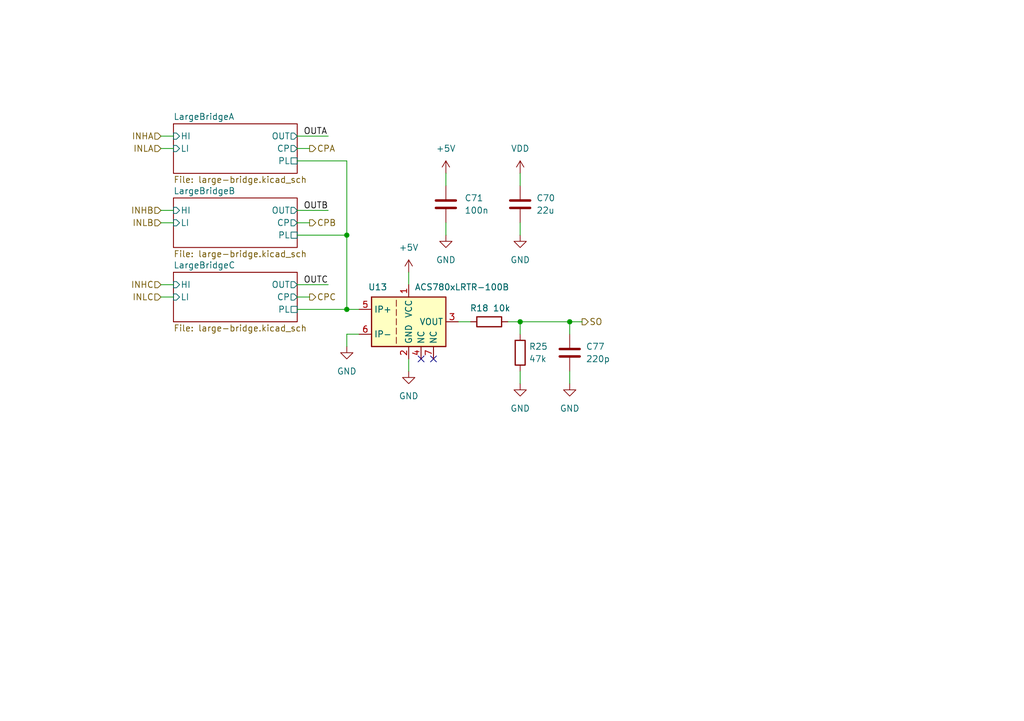
<source format=kicad_sch>
(kicad_sch (version 20231120) (generator "eeschema") (generator_version "8.0")
  (paper "A5")
  (lib_symbols
    (symbol "Device:C" (pin_numbers hide) (pin_names (offset 0.254))
      (property "Reference" "C" (at 0.635 2.54 0))
      (property "Value" "C" (at 0.635 -2.54 0))
      (symbol "C_0_1"
        (polyline (pts (xy -2.032 -0.762) (xy 2.032 -0.762)) (stroke (width 0.508)))
        (polyline (pts (xy -2.032 0.762) (xy 2.032 0.762)) (stroke (width 0.508)))
      )
      (symbol "C_1_1"
        (pin passive line (at 0 3.81 270) (length 2.794) (name "~") (number "1"))
        (pin passive line (at 0 -3.81 90) (length 2.794) (name "~") (number "2"))
      )
    )
    (symbol "Device:R" (pin_numbers hide) (pin_names (offset 0))
      (property "Reference" "R" (at 2.032 0 90))
      (property "Value" "R" (at 0 0 90))
      (symbol "R_0_1"
        (rectangle (start -1.016 -2.54) (end 1.016 2.54) (stroke (width 0.254)))
      )
      (symbol "R_1_1"
        (pin passive line (at 0 3.81 270) (length 1.27) (name "~") (number "1"))
        (pin passive line (at 0 -3.81 90) (length 1.27) (name "~") (number "2"))
      )
    )
    (symbol "Sensor_Current:ACS780xLRTR-100B"
      (property "Reference" "U" (at -7.62 6.35 0))
      (property "Value" "ACS780xLRTR-100B" (at 2.54 6.35 0))
      (symbol "ACS780xLRTR-100B_0_1"
        (rectangle (start -7.62 5.08) (end 7.62 -5.08) (stroke (width 0.254)) (fill (type background)))
        (polyline (pts (xy -2.54 -3.175) (xy -2.54 -4.445)))
        (polyline (pts (xy -2.54 -1.27) (xy -2.54 -2.54)))
        (polyline (pts (xy -2.54 0.635) (xy -2.54 -0.635)))
        (polyline (pts (xy -2.54 1.27) (xy -2.54 2.54)))
        (polyline (pts (xy -2.54 3.175) (xy -2.54 4.445)))
      )
      (symbol "ACS780xLRTR-100B_1_1"
        (pin power_in line (at 0 7.62 270) (length 2.54) (name "VCC") (number "1"))
        (pin power_in line (at 0 -7.62 90) (length 2.54) (name "GND") (number "2"))
        (pin output line (at 10.16 0 180) (length 2.54) (name "VOUT") (number "3"))
        (pin passive line (at 2.54 -7.62 90) (length 2.54) (name "NC") (number "4"))
        (pin passive line (at -10.16 2.54 0) (length 2.54) (name "IP+") (number "5"))
        (pin passive line (at -10.16 -2.54 0) (length 2.54) (name "IP-") (number "6"))
        (pin passive line (at 5.08 -7.62 90) (length 2.54) (name "NC") (number "7"))
      )
    )
    (symbol "power:+5V" (power) (pin_numbers hide) (pin_names (offset 0) hide)
      (property "Value" "+5V" (at 0 3.556 0))
      (symbol "+5V_0_1"
        (polyline (pts (xy -0.762 1.27) (xy 0 2.54)))
        (polyline (pts (xy 0 0) (xy 0 2.54)))
        (polyline (pts (xy 0 2.54) (xy 0.762 1.27)))
      )
      (symbol "+5V_1_1"
        (pin power_in line (at 0 0 90) (length 0) (name "~") (number "1"))
      )
    )
    (symbol "power:GND" (power) (pin_numbers hide) (pin_names (offset 0) hide)
      (property "Value" "GND" (at 0 -3.81 0))
      (symbol "GND_0_1"
        (polyline (pts (xy 0 0) (xy 0 -1.27) (xy 1.27 -1.27) (xy 0 -2.54) (xy -1.27 -1.27) (xy 0 -1.27)))
      )
      (symbol "GND_1_1"
        (pin power_in line (at 0 0 270) (length 0) (name "~") (number "1"))
      )
    )
    (symbol "power:VDD" (power) (pin_numbers hide) (pin_names (offset 0) hide)
      (property "Value" "VDD" (at 0 3.556 0))
      (symbol "VDD_0_1"
        (polyline (pts (xy -0.762 1.27) (xy 0 2.54)))
        (polyline (pts (xy 0 0) (xy 0 2.54)))
        (polyline (pts (xy 0 2.54) (xy 0.762 1.27)))
      )
      (symbol "VDD_1_1"
        (pin power_in line (at 0 0 90) (length 0) (name "~") (number "1"))
      )
    )
  )
  (junction (at 71.12 63.5))
  (junction (at 71.12 48.26))
  (junction (at 106.68 66.04))
  (junction (at 116.84 66.04))
  (no_connect (at 88.9 73.66))
  (no_connect (at 86.36 73.66))
  (wire (pts (xy 33.02 60.96) (xy 35.56 60.96)))
  (wire (pts (xy 93.98 66.04) (xy 96.52 66.04)))
  (wire (pts (xy 33.02 45.72) (xy 35.56 45.72)))
  (wire (pts (xy 60.96 45.72) (xy 63.5 45.72)))
  (wire (pts (xy 60.96 33.02) (xy 71.12 33.02)))
  (wire (pts (xy 71.12 71.12) (xy 71.12 68.58)))
  (wire (pts (xy 71.12 68.58) (xy 73.66 68.58)))
  (wire (pts (xy 83.82 73.66) (xy 83.82 76.2)))
  (wire (pts (xy 60.96 58.42) (xy 67.31 58.42)))
  (wire (pts (xy 33.02 43.18) (xy 35.56 43.18)))
  (wire (pts (xy 106.68 76.2) (xy 106.68 78.74)))
  (wire (pts (xy 60.96 60.96) (xy 63.5 60.96)))
  (wire (pts (xy 116.84 66.04) (xy 116.84 68.58)))
  (wire (pts (xy 60.96 63.5) (xy 71.12 63.5)))
  (wire (pts (xy 83.82 55.88) (xy 83.82 58.42)))
  (wire (pts (xy 71.12 33.02) (xy 71.12 48.26)))
  (wire (pts (xy 116.84 76.2) (xy 116.84 78.74)))
  (wire (pts (xy 60.96 30.48) (xy 63.5 30.48)))
  (wire (pts (xy 60.96 48.26) (xy 71.12 48.26)))
  (wire (pts (xy 60.96 43.18) (xy 67.31 43.18)))
  (wire (pts (xy 33.02 58.42) (xy 35.56 58.42)))
  (wire (pts (xy 106.68 68.58) (xy 106.68 66.04)))
  (wire (pts (xy 71.12 63.5) (xy 73.66 63.5)))
  (wire (pts (xy 33.02 27.94) (xy 35.56 27.94)))
  (wire (pts (xy 91.44 45.72) (xy 91.44 48.26)))
  (wire (pts (xy 106.68 45.72) (xy 106.68 48.26)))
  (wire (pts (xy 106.68 66.04) (xy 116.84 66.04)))
  (wire (pts (xy 91.44 35.56) (xy 91.44 38.1)))
  (wire (pts (xy 116.84 66.04) (xy 119.38 66.04)))
  (wire (pts (xy 60.96 27.94) (xy 67.31 27.94)))
  (wire (pts (xy 106.68 35.56) (xy 106.68 38.1)))
  (wire (pts (xy 106.68 66.04) (xy 104.14 66.04)))
  (wire (pts (xy 33.02 30.48) (xy 35.56 30.48)))
  (wire (pts (xy 71.12 48.26) (xy 71.12 63.5)))
  (label "OUTA" (at 62.23 27.94 0))
  (label "OUTC" (at 62.23 58.42 0))
  (label "OUTB" (at 62.23 43.18 0))
  (hierarchical_label "INLB" (shape input) (at 33.02 45.72 180))
  (hierarchical_label "CPC" (shape output) (at 63.5 60.96 0))
  (hierarchical_label "INLA" (shape input) (at 33.02 30.48 180))
  (hierarchical_label "INHC" (shape input) (at 33.02 58.42 180))
  (hierarchical_label "SO" (shape output) (at 119.38 66.04 0))
  (hierarchical_label "CPA" (shape output) (at 63.5 30.48 0))
  (hierarchical_label "INHA" (shape input) (at 33.02 27.94 180))
  (hierarchical_label "CPB" (shape output) (at 63.5 45.72 0))
  (hierarchical_label "INLC" (shape input) (at 33.02 60.96 180))
  (hierarchical_label "INHB" (shape input) (at 33.02 43.18 180))
  (symbol (lib_id "power:GND") (at 83.82 76.2 0) (unit 1)
    (property "Reference" "#PWR057" (effects (hide yes)))
    (property "Value" "GND" (at 83.82 81.28 0))
    (property "Description" "Power symbol creates a global label with name \"GND\" , ground" (effects (hide yes)))
  )
  (symbol (lib_id "Device:R") (at 100.33 66.04 270) (mirror x) (unit 1)
    (property "Reference" "R18" (at 98.298 63.246 90))
    (property "Value" "10k" (at 102.87 63.246 90))
    (property "Footprint" "Resistor_SMD:R_0402_1005Metric" (effects (hide yes)))
    (property "Description" "Resistor" (effects (hide yes)))
    (property "LCSC" "C25744" (effects (hide yes)))
  )
  (symbol (lib_id "Device:C") (at 91.44 41.91 0) (unit 1)
    (property "Reference" "C71" (at 95.25 40.6399 0) (effects (justify left)))
    (property "Value" "100n" (at 95.25 43.1799 0) (effects (justify left)))
    (property "Footprint" "Capacitor_SMD:C_0402_1005Metric" (effects (hide yes)))
    (property "Description" "Unpolarized capacitor" (effects (hide yes)))
    (property "LCSC" "C1525" (effects (hide yes)))
  )
  (symbol (lib_id "power:GND") (at 106.68 48.26 0) (unit 1)
    (property "Reference" "#PWR056" (effects (hide yes)))
    (property "Value" "GND" (at 106.68 53.34 0))
    (property "Description" "Power symbol creates a global label with name \"GND\" , ground" (effects (hide yes)))
  )
  (symbol (lib_id "power:VDD") (at 106.68 35.56 0) (unit 1)
    (property "Reference" "#PWR054" (effects (hide yes)))
    (property "Value" "VDD" (at 106.68 30.48 0))
    (property "Description" "Power symbol creates a global label with name \"VDD\"" (effects (hide yes)))
  )
  (symbol (lib_id "power:+5V") (at 83.82 55.88 0) (unit 1)
    (property "Reference" "#PWR053" (effects (hide yes)))
    (property "Value" "+5V" (at 83.82 50.8 0))
    (property "Description" "Power symbol creates a global label with name \"+5V\"" (effects (hide yes)))
  )
  (symbol (lib_id "power:GND") (at 106.68 78.74 0) (unit 1)
    (property "Reference" "#PWR072" (effects (hide yes)))
    (property "Value" "GND" (at 106.68 83.82 0))
    (property "Description" "Power symbol creates a global label with name \"GND\" , ground" (effects (hide yes)))
  )
  (symbol (lib_id "power:GND") (at 91.44 48.26 0) (unit 1)
    (property "Reference" "#PWR060" (effects (hide yes)))
    (property "Value" "GND" (at 91.44 53.34 0))
    (property "Description" "Power symbol creates a global label with name \"GND\" , ground" (effects (hide yes)))
  )
  (symbol (lib_id "Device:R") (at 106.68 72.39 0) (unit 1)
    (property "Reference" "R25" (at 108.458 71.12 0) (effects (justify left)))
    (property "Value" "47k" (at 108.458 73.66 0) (effects (justify left)))
    (property "Footprint" "Resistor_SMD:R_0402_1005Metric" (effects (hide yes)))
    (property "Description" "Resistor" (effects (hide yes)))
    (property "LCSC" "C25792" (effects (hide yes)))
  )
  (symbol (lib_id "power:GND") (at 71.12 71.12 0) (unit 1)
    (property "Reference" "#PWR0123" (effects (hide yes)))
    (property "Value" "GND" (at 71.12 76.2 0))
    (property "Description" "Power symbol creates a global label with name \"GND\" , ground" (effects (hide yes)))
  )
  (symbol (lib_id "Device:C") (at 106.68 41.91 0) (unit 1)
    (property "Reference" "C70" (at 109.982 40.64 0) (effects (justify left)))
    (property "Value" "22u" (at 109.982 43.18 0) (effects (justify left)))
    (property "Footprint" "Capacitor_SMD:C_0805_2012Metric" (effects (hide yes)))
    (property "Description" "Unpolarized capacitor" (effects (hide yes)))
    (property "LCSC" "C45783" (effects (hide yes)))
  )
  (symbol (lib_id "Device:C") (at 116.84 72.39 0) (unit 1)
    (property "Reference" "C77" (at 120.142 71.12 0) (effects (justify left)))
    (property "Value" "220p" (at 120.142 73.66 0) (effects (justify left)))
    (property "Footprint" "Resistor_SMD:R_0402_1005Metric" (effects (hide yes)))
    (property "Description" "Unpolarized capacitor" (effects (hide yes)))
    (property "LCSC" "C1530" (effects (hide yes)))
  )
  (symbol (lib_id "power:+5V") (at 91.44 35.56 0) (unit 1)
    (property "Reference" "#PWR062" (effects (hide yes)))
    (property "Value" "+5V" (at 91.44 30.48 0))
    (property "Description" "Power symbol creates a global label with name \"+5V\"" (effects (hide yes)))
  )
  (symbol (lib_id "Sensor_Current:ACS780xLRTR-100B") (at 83.82 66.04 0) (unit 1)
    (property "Reference" "U13" (at 77.47 58.928 0))
    (property "Value" "ACS780xLRTR-100B" (at 94.742 58.928 0))
    (property "Footprint" "Sensor_Current:Allegro_PSOF-7_4.8x6.4mm_P1.60mm" (effects (hide yes)))
    (property "Datasheet" "http://www.allegromicro.com/~/media/Files/Datasheets/ACS780-Datasheet.ashx?la=en" (effects (hide yes)))
    (property "Description" "±100A Bidirectional Hall-Effect Current Sensor, +5.0V supply, 20mV/A, PSOF-7" (effects (hide yes)))
    (property "LCSC" "C97317" (effects (hide yes)))
  )
  (symbol (lib_id "power:GND") (at 116.84 78.74 0) (unit 1)
    (property "Reference" "#PWR0124" (effects (hide yes)))
    (property "Value" "GND" (at 116.84 83.82 0))
    (property "Description" "Power symbol creates a global label with name \"GND\" , ground" (effects (hide yes)))
  )
  (sheet (at 35.56 25.4) (size 25.4 10.16) (stroke (width 0.1524))
    (property "Sheetname" "LargeBridgeA" (at 35.56 24.6884 0) (effects (justify left bottom)))
    (property "Sheetfile" "large-bridge.kicad_sch" (at 35.56 36.1446 0) (effects (justify left top)))
    (pin "OUT" output (at 60.96 27.94 0))
    (pin "LI" input (at 35.56 30.48 180))
    (pin "HI" input (at 35.56 27.94 180))
    (pin "PL" passive (at 60.96 33.02 0))
    (pin "CP" output (at 60.96 30.48 0))
  )
  (sheet (at 35.56 55.88) (size 25.4 10.16) (stroke (width 0.1524))
    (property "Sheetname" "LargeBridgeC" (at 35.56 55.1684 0) (effects (justify left bottom)))
    (property "Sheetfile" "large-bridge.kicad_sch" (at 35.56 66.6246 0) (effects (justify left top)))
    (pin "OUT" output (at 60.96 58.42 0))
    (pin "LI" input (at 35.56 60.96 180))
    (pin "HI" input (at 35.56 58.42 180))
    (pin "PL" passive (at 60.96 63.5 0))
    (pin "CP" output (at 60.96 60.96 0))
  )
  (sheet (at 35.56 40.64) (size 25.4 10.16) (stroke (width 0.1524))
    (property "Sheetname" "LargeBridgeB" (at 35.56 39.9284 0) (effects (justify left bottom)))
    (property "Sheetfile" "large-bridge.kicad_sch" (at 35.56 51.3846 0) (effects (justify left top)))
    (pin "OUT" output (at 60.96 43.18 0))
    (pin "LI" input (at 35.56 45.72 180))
    (pin "HI" input (at 35.56 43.18 180))
    (pin "PL" passive (at 60.96 48.26 0))
    (pin "CP" output (at 60.96 45.72 0))
  )
)
</source>
